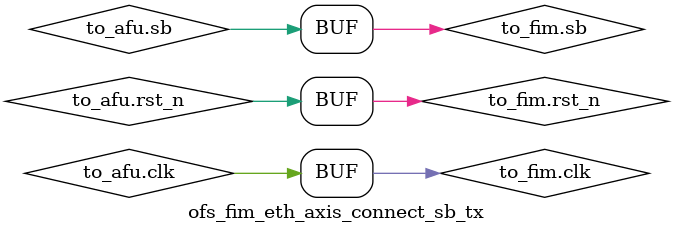
<source format=sv>


module ofs_fim_eth_axis_connect_rx (
   ofs_fim_eth_rx_axis_if.master to_afu,
   ofs_fim_eth_rx_axis_if.slave  to_fim
);

   assign to_afu.clk = to_fim.clk;
   assign to_afu.rst_n = to_fim.rst_n;
   assign to_fim.tready = to_afu.tready;
   assign to_afu.rx = to_fim.rx;

endmodule // ofs_fim_eth_axis_connect_rx


module ofs_fim_eth_axis_connect_tx (
   ofs_fim_eth_tx_axis_if.slave  to_afu,
   ofs_fim_eth_tx_axis_if.master to_fim
);

   assign to_afu.clk = to_fim.clk;
   assign to_afu.rst_n = to_fim.rst_n;
   assign to_afu.tready = to_fim.tready;
   assign to_fim.tx = to_afu.tx;

endmodule // ofs_fim_eth_axis_connect_tx


module ofs_fim_eth_axis_connect_sb_rx (
   ofs_fim_eth_sideband_rx_axis_if.master to_afu,
   ofs_fim_eth_sideband_rx_axis_if.slave  to_fim
);

   assign to_afu.clk = to_fim.clk;
   assign to_afu.rst_n = to_fim.rst_n;
   assign to_afu.sb = to_fim.sb;

endmodule // ofs_fim_eth_axis_connect_sb_rx


module ofs_fim_eth_axis_connect_sb_tx (
   ofs_fim_eth_sideband_tx_axis_if.slave  to_afu,
   ofs_fim_eth_sideband_tx_axis_if.master to_fim
);

   assign to_afu.clk = to_fim.clk;
   assign to_afu.rst_n = to_fim.rst_n;
   assign to_fim.sb = to_afu.sb;

endmodule // ofs_fim_eth_axis_connect_sb_tx

</source>
